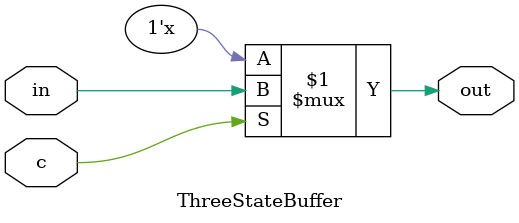
<source format=v>



module ThreeStateBuffer (
  input  in, c,
  output out
);

  assign  out = (c) ? in : 1'bz;


endmodule
</source>
